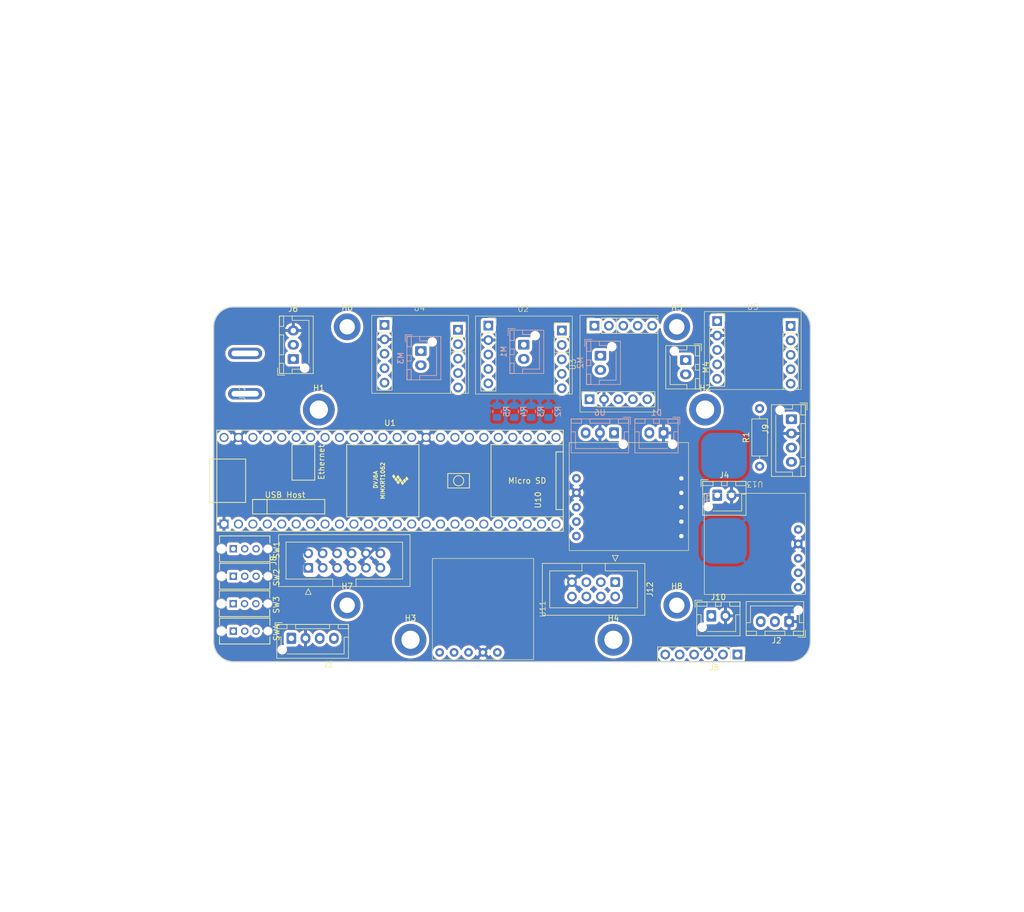
<source format=kicad_pcb>
(kicad_pcb (version 20240108) (generator "pcbnew") (generator_version "8.0")
  (layers (0 "F.Cu" signal) (1 "In1.Cu" signal) (2 "In2.Cu" signal) (31 "B.Cu" signal) (34 "B.Paste" user) (35 "F.Paste" user) (36 "B.SilkS" user "B.Silkscreen") (37 "F.SilkS" user "F.Silkscreen") (38 "B.Mask" user) (39 "F.Mask" user) (44 "Edge.Cuts" user))
  (net 0 "")
  (net 1 "GND")
  (net 2 "Net-(D1-A)")
  (net 3 "5V")
  (net 4 "RX2->TX")
  (net 5 "TX2->RX")
  (net 6 "3.3V")
  (net 7 "ESC")
  (net 8 "Net-(J3-Pin_2)")
  (net 9 "Kicker")
  (net 10 "TRIG1")
  (net 11 "TRIG2")
  (net 12 "TRIG3")
  (net 13 "TRIG4")
  (net 14 "CS3")
  (net 15 "CS2")
  (net 16 "MOSI")
  (net 17 "MISO")
  (net 18 "SCK1")
  (net 19 "CS1")
  (net 20 "CS4")
  (net 21 "CS5")
  (net 22 "CS6")
  (net 23 "RX4->TX")
  (net 24 "TX4->RX")
  (net 25 "12V")
  (net 26 "Net-(M1-+)")
  (net 27 "Net-(M1--)")
  (net 28 "Net-(M2-+)")
  (net 29 "Net-(M2--)")
  (net 30 "Net-(M3-+)")
  (net 31 "Net-(M3--)")
  (net 32 "Net-(M4-+)")
  (net 33 "Net-(M4--)")
  (net 34 "LightGate")
  (net 35 "LEDPulse")
  (net 36 "SLIDE1")
  (net 38 "SLIDE2")
  (net 40 "SLIDE3")
  (net 42 "SLIDE4")
  (net 44 "DIR1B")
  (net 45 "DIR1A")
  (net 46 "DIR2B")
  (net 47 "DIR2A")
  (net 48 "DIR3B")
  (net 49 "DIR3A")
  (net 50 "PWM1")
  (net 51 "PWM2")
  (net 52 "PWM3")
  (net 53 "PWM4")
  (net 54 "DIR4A")
  (net 55 "DIR4B")
  (net 56 "STATE")
  (net 57 "TX7 -> RX")
  (net 59 "SCL2")
  (net 60 "RX7 -> TX")
  (net 61 "SDA2")
  (net 64 "ECHO")
  (footprint "SlideSW:SPDT_OS102011_CNK" (layer "F.Cu") (at 91.2 110.626 90)
    (property "Reference" "SW2" (at -0.2081 7.602 90) (layer "F.SilkS"))
    (property "Value" "SW_SPDT")
    (fp_circle (center 0 -2.100001) (end 0.8493 -2.100001) (stroke (width 0.1)) (fill none) (layer "Edge.Cuts"))
    (fp_circle (center 0 6.1) (end 0.7493 6.1) (stroke (width 0.1)) (fill none) (layer "Edge.Cuts"))
    (pad "1" thru_hole rect (at 0 0 90) (size 1.2954 1.2954) (drill 0.7874) (layers "*.Cu" "*.Mask") (net 38 "SLIDE2"))
    (pad "2" thru_hole circle (at 0 2 90) (size 1.2954 1.2954) (drill 0.7874) (layers "*.Cu" "*.Mask") (net 6 "3.3V"))
    (pad "3" thru_hole circle (at 0 4.000001 90) (size 1.2954 1.2954) (drill 0.7874) (layers "*.Cu" "*.Mask"))
  )
  (footprint "Connector_IDC:IDC-Header_2x06_P2.54mm_Vertical" (layer "F.Cu") (at 104.38 109.14 90)
    (property "Reference" "J8" (at 1.27 -6.1 270) (layer "F.SilkS"))
    (property "Value" "Conn_01x12")
    (pad "1" thru_hole roundrect (at 0 0 90) (size 1.7 1.7) (drill 1) (layers "*.Cu" "*.Mask") (roundrect_rratio 0.147059) (net 14 "CS3"))
    (pad "2" thru_hole circle (at 2.54 0 90) (size 1.7 1.7) (drill 1) (layers "*.Cu" "*.Mask") (net 15 "CS2"))
    (pad "3" thru_hole circle (at 0 2.54 90) (size 1.7 1.7) (drill 1) (layers "*.Cu" "*.Mask") (net 16 "MOSI"))
    (pad "4" thru_hole circle (at 2.54 2.54 90) (size 1.7 1.7) (drill 1) (layers "*.Cu" "*.Mask") (net 17 "MISO"))
    (pad "5" thru_hole circle (at 0 5.08 90) (size 1.7 1.7) (drill 1) (layers "*.Cu" "*.Mask") (net 18 "SCK1"))
    (pad "6" thru_hole circle (at 2.54 5.08 90) (size 1.7 1.7) (drill 1) (layers "*.Cu" "*.Mask") (net 19 "CS1"))
    (pad "7" thru_hole circle (at 0 7.62 90) (size 1.7 1.7) (drill 1) (layers "*.Cu" "*.Mask") (net 20 "CS4"))
    (pad "8" thru_hole circle (at 2.54 7.62 90) (size 1.7 1.7) (drill 1) (layers "*.Cu" "*.Mask") (net 21 "CS5"))
    (pad "9" thru_hole circle (at 0 10.16 90) (size 1.7 1.7) (drill 1) (layers "*.Cu" "*.Mask") (net 3 "5V"))
    (pad "10" thru_hole circle (at 2.54 10.16 90) (size 1.7 1.7) (drill 1) (layers "*.Cu" "*.Mask") (net 1 "GND"))
    (pad "11" thru_hole circle (at 0 12.7 90) (size 1.7 1.7) (drill 1) (layers "*.Cu" "*.Mask") (net 22 "CS6"))
    (pad "12" thru_hole circle (at 2.54 12.7 90) (size 1.7 1.7) (drill 1) (layers "*.Cu" "*.Mask") (net 6 "3.3V"))
  )
  (footprint "teensy:Teensy41" (layer "F.Cu") (at 118.77 93.82)
    (property "Reference" "U1" (at 0 -10.16 0) (layer "F.SilkS"))
    (property "Value" "Teensy4.1")
    (fp_text user "Ethernet" (at -12.065 -3.2766 90) (layer "F.SilkS"))
    (fp_text user "DVJ6A" (at -2.54 -0.18 -90) (layer "F.SilkS") (effects (font (size 0.7 0.7))))
    (fp_text user "USB Host" (at -18.4658 2.4892 0) (layer "F.SilkS"))
    (fp_text user "Micro SD" (at 24.13 0 0) (layer "F.SilkS"))
    (fp_text user "MIMXRT1062" (at -1.27 0 -90) (layer "F.SilkS") (effects (font (size 0.7 0.7))))
    (pad "1" thru_hole rect (at -29.21 7.62) (size 1.6 1.6) (drill 1.1) (layers "*.Cu" "*.Mask") (net 1 "GND"))
    (pad "2" thru_hole circle (at -26.67 7.62) (size 1.6 1.6) (drill 1.1) (layers "*.Cu" "*.Mask") (net 19 "CS1"))
    (pad "3" thru_hole circle (at -24.13 7.62) (size 1.6 1.6) (drill 1.1) (layers "*.Cu" "*.Mask") (net 15 "CS2"))
    (pad "4" thru_hole circle (at -21.59 7.62) (size 1.6 1.6) (drill 1.1) (layers "*.Cu" "*.Mask") (net 50 "PWM1"))
    (pad "5" thru_hole circle (at -19.05 7.62) (size 1.6 1.6) (drill 1.1) (layers "*.Cu" "*.Mask") (net 51 "PWM2"))
    (pad "6" thru_hole circle (at -16.51 7.62) (size 1.6 1.6) (drill 1.1) (layers "*.Cu" "*.Mask") (net 52 "PWM3"))
    (pad "7" thru_hole circle (at -13.97 7.62) (size 1.6 1.6) (drill 1.1) (layers "*.Cu" "*.Mask") (net 53 "PWM4"))
    (pad "8" thru_hole circle (at -11.43 7.62) (size 1.6 1.6) (drill 1.1) (layers "*.Cu" "*.Mask") (net 7 "ESC"))
    (pad "9" thru_hole circle (at -8.89 7.62) (size 1.6 1.6) (drill 1.1) (layers "*.Cu" "*.Mask") (net 4 "RX2->TX"))
    (pad "10" thru_hole circle (at -6.35 7.62) (size 1.6 1.6) (drill 1.1) (layers "*.Cu" "*.Mask") (net 5 "TX2->RX"))
    (pad "11" thru_hole circle (at -3.81 7.62) (size 1.6 1.6) (drill 1.1) (layers "*.Cu" "*.Mask") (net 54 "DIR4A"))
    (pad "12" thru_hole circle (at -1.27 7.62) (size 1.6 1.6) (drill 1.1) (layers "*.Cu" "*.Mask") (net 55 "DIR4B"))
    (pad "13" thru_hole circle (at 1.27 7.62) (size 1.6 1.6) (drill 1.1) (layers "*.Cu" "*.Mask") (net 16 "MOSI"))
    (pad "14" thru_hole circle (at 3.81 7.62) (size 1.6 1.6) (drill 1.1) (layers "*.Cu" "*.Mask") (net 17 "MISO"))
    (pad "15" thru_hole circle (at 6.35 7.62) (size 1.6 1.6) (drill 1.1) (layers "*.Cu" "*.Mask"))
    (pad "16" thru_hole circle (at 8.89 7.62) (size 1.6 1.6) (drill 1.1) (layers "*.Cu" "*.Mask") (net 59 "SCL2"))
    (pad "17" thru_hole circle (at 11.43 7.62) (size 1.6 1.6) (drill 1.1) (layers "*.Cu" "*.Mask") (net 61 "SDA2"))
    (pad "18" thru_hole circle (at 13.97 7.62) (size 1.6 1.6) (drill 1.1) (layers "*.Cu" "*.Mask") (net 14 "CS3"))
    (pad "19" thru_hole circle (at 16.51 7.62) (size 1.6 1.6) (drill 1.1) (layers "*.Cu" "*.Mask") (net 20 "CS4"))
    (pad "20" thru_hole circle (at 19.05 7.62) (size 1.6 1.6) (drill 1.1) (layers "*.Cu" "*.Mask") (net 60 "RX7 -> TX"))
    (pad "21" thru_hole circle (at 21.59 7.62) (size 1.6 1.6) (drill 1.1) (layers "*.Cu" "*.Mask") (net 57 "TX7 -> RX"))
    (pad "22" thru_hole circle (at 24.13 7.62) (size 1.6 1.6) (drill 1.1) (layers "*.Cu" "*.Mask") (net 9 "Kicker"))
    (pad "23" thru_hole circle (at 26.67 7.62) (size 1.6 1.6) (drill 1.1) (layers "*.Cu" "*.Mask") (net 36 "SLIDE1"))
    (pad "24" thru_hole circle (at 29.21 7.62) (size 1.6 1.6) (drill 1.1) (layers "*.Cu" "*.Mask") (net 35 "LEDPulse"))
    (pad "25" thru_hole circle (at 29.21 -7.62) (size 1.6 1.6) (drill 1.1) (layers "*.Cu" "*.Mask") (net 10 "TRIG1"))
    (pad "26" thru_hole circle (at 26.67 -7.62) (size 1.6 1.6) (drill 1.1) (layers "*.Cu" "*.Mask") (net 64 "ECHO"))
    (pad "27" thru_hole circle (at 24.13 -7.62) (size 1.6 1.6) (drill 1.1) (layers "*.Cu" "*.Mask") (net 11 "TRIG2"))
    (pad "28" thru_hole circle (at 21.59 -7.62) (size 1.6 1.6) (drill 1.1) (layers "*.Cu" "*.Mask") (net 38 "SLIDE2"))
    (pad "29" thru_hole circle (at 19.05 -7.62) (size 1.6 1.6) (drill 1.1) (layers "*.Cu" "*.Mask") (net 12 "TRIG3"))
    (pad "30" thru_hole circle (at 16.51 -7.62) (size 1.6 1.6) (drill 1.1) (layers "*.Cu" "*.Mask") (net 40 "SLIDE3"))
    (pad "31" thru_hole circle (at 13.97 -7.62) (size 1.6 1.6) (drill 1.1) (layers "*.Cu" "*.Mask") (net 13 "TRIG4"))
    (pad "32" thru_hole circle (at 11.43 -7.62) (size 1.6 1.6) (drill 1.1) (layers "*.Cu" "*.Mask") (net 42 "SLIDE4"))
    (pad "33" thru_hole circle (at 8.89 -7.62) (size 1.6 1.6) (drill 1.1) (layers "*.Cu" "*.Mask") (net 34 "LightGate"))
    (pad "34" thru_hole circle (at 6.35 -7.62) (size 1.6 1.6) (drill 1.1) (layers "*.Cu" "*.Mask") (net 1 "GND"))
    (pad "35" thru_hole circle (at 3.81 -7.62) (size 1.6 1.6) (drill 1.1) (layers "*.Cu" "*.Mask") (net 18 "SCK1"))
    (pad "36" thru_hole circle (at 1.27 -7.62) (size 1.6 1.6) (drill 1.1) (layers "*.Cu" "*.Mask") (net 21 "CS5"))
    (pad "37" thru_hole circle (at -1.27 -7.62) (size 1.6 1.6) (drill 1.1) (layers "*.Cu" "*.Mask") (net 22 "CS6"))
    (pad "38" thru_hole circle (at -3.81 -7.62) (size 1.6 1.6) (drill 1.1) (layers "*.Cu" "*.Mask") (net 23 "RX4->TX"))
    (pad "39" thru_hole circle (at -6.35 -7.62) (size 1.6 1.6) (drill 1.1) (layers "*.Cu" "*.Mask") (net 24 "TX4->RX"))
    (pad "40" thru_hole circle (at -8.89 -7.62) (size 1.6 1.6) (drill 1.1) (layers "*.Cu" "*.Mask") (net 49 "DIR3A"))
    (pad "41" thru_hole circle (at -11.43 -7.62) (size 1.6 1.6) (drill 1.1) (layers "*.Cu" "*.Mask") (net 48 "DIR3B"))
    (pad "42" thru_hole circle (at -13.97 -7.62) (size 1.6 1.6) (drill 1.1) (layers "*.Cu" "*.Mask") (net 47 "DIR2A"))
    (pad "43" thru_hole circle (at -16.51 -7.62) (size 1.6 1.6) (drill 1.1) (layers "*.Cu" "*.Mask") (net 46 "DIR2B"))
    (pad "44" thru_hole circle (at -19.05 -7.62) (size 1.6 1.6) (drill 1.1) (layers "*.Cu" "*.Mask") (net 45 "DIR1A"))
    (pad "45" thru_hole circle (at -21.59 -7.62) (size 1.6 1.6) (drill 1.1) (layers "*.Cu" "*.Mask") (net 44 "DIR1B"))
    (pad "46" thru_hole circle (at -24.13 -7.62) (size 1.6 1.6) (drill 1.1) (layers "*.Cu" "*.Mask"))
    (pad "47" thru_hole circle (at -26.67 -7.62) (size 1.6 1.6) (drill 1.1) (layers "*.Cu" "*.Mask") (net 1 "GND"))
    (pad "48" thru_hole circle (at -29.21 -7.62) (size 1.6 1.6) (drill 1.1) (layers "*.Cu" "*.Mask") (net 3 "5V"))
  )
  (footprint "MotorDriver:VNHDriver" (layer "F.Cu") (at 182.473 70.4)
    (property "Reference" "U5" (at 0.127 -7.1579 0) (layer "F.SilkS") (effects (font (thickness 0.1))))
    (property "Value" "VNH Driver")
    (pad "1" thru_hole rect (at -6.1355 -4.669 180) (size 1.7 1.7) (drill 1) (layers "*.Cu" "*.Mask") (net 25 "12V"))
    (pad "2" thru_hole oval (at -6.1355 -2.129 180) (size 1.7 1.7) (drill 1) (layers "*.Cu" "*.Mask") (net 1 "GND"))
    (pad "3" thru_hole oval (at -6.1355 0.411 180) (size 1.7 1.7) (drill 1) (layers "*.Cu" "*.Mask") (net 54 "DIR4A"))
    (pad "4" thru_hole oval (at -6.1355 2.951 180) (size 1.7 1.7) (drill 1) (layers "*.Cu" "*.Mask") (net 55 "DIR4B"))
    (pad "5" thru_hole oval (at -6.1355 5.491 180) (size 1.7 1.7) (drill 1) (layers "*.Cu" "*.Mask") (net 53 "PWM4"))
    (pad "6" thru_hole rect (at 6.798 -3.815) (size 1.7 1.7) (drill 1) (layers "*.Cu" "*.Mask") (net 32 "Net-(M4-+)"))
    (pad "7" thru_hole oval (at 6.798 -1.275) (size 1.7 1.7) (drill 1) (layers "*.Cu" "*.Mask") (net 33 "Net-(M4--)"))
    (pad "8" thru_hole oval (at 6.798 1.265) (size 1.7 1.7) (drill 1) (layers "*.Cu" "*.Mask"))
    (pad "9" thru_hole oval (at 6.798 3.805) (size 1.7 1.7) (drill 1) (layers "*.Cu" "*.Mask"))
    (pad "10" thru_hole oval (at 6.798 6.345) (size 1.7 1.7) (drill 1) (layers "*.Cu" "*.Mask"))
  )
  (footprint "Connector_JST:JST_XH_B2B-XH-AM_1x02_P2.50mm_Vertical" (layer "F.Cu") (at 176.35 96.383)
    (property "Reference" "J4" (at 1.25 -3.55 0) (layer "F.SilkS"))
    (property "Value" "Conn_01x02")
    (pad "" np_thru_hole circle (at -1.6 2) (size 1.2 1.2) (drill 1.2) (layers "*.Cu" "*.Mask"))
    (pad "1" thru_hole roundrect (at 0 0) (size 1.7 2) (drill 1) (layers "*.Cu" "*.Mask") (roundrect_rratio 0.147059) (net 8 "Net-(J3-Pin_2)"))
    (pad "2" thru_hole oval (at 2.5 0) (size 1.7 2) (drill 1) (layers "*.Cu" "*.Mask") (net 1 "GND"))
  )
  (footprint "MountingHole:MountingHole_3.2mm_M3_DIN965_Pad" (layer "F.Cu") (at 106.2435 81.3029)
    (property "Reference" "H1" (at 0 -3.8 0) (layer "F.SilkS"))
    (property "Value" "MountingHole")
    (pad "1" thru_hole circle (at 0 0) (size 5.6 5.6) (drill 3.2) (layers "*.Cu" "*.Mask"))
  )
  (footprint "Connector_IDC:IDC-Header_2x04_P2.54mm_Vertical" (layer "F.Cu") (at 158.4 111.66 -90)
    (property "Reference" "J12" (at 1.27 -6.1 90) (layer "F.SilkS"))
    (property "Value" "Conn_01x07")
    (pad "1" thru_hole roundrect (at 0 0 270) (size 1.7 1.7) (drill 1) (layers "*.Cu" "*.Mask") (roundrect_rratio 0.147059) (net 3 "5V"))
    (pad "2" thru_hole circle (at 2.54 0 270) (size 1.7 1.7) (drill 1) (layers "*.Cu" "*.Mask") (net 10 "TRIG1"))
    (pad "3" thru_hole circle (at 0 2.54 270) (size 1.7 1.7) (drill 1) (layers "*.Cu" "*.Mask") (net 11 "TRIG2"))
    (pad "4" thru_hole circle (at 2.54 2.54 270) (size 1.7 1.7) (drill 1) (layers "*.Cu" "*.Mask") (net 12 "TRIG3"))
    (pad "5" thru_hole circle (at 0 5.08 270) (size 1.7 1.7) (drill 1) (layers "*.Cu" "*.Mask") (net 13 "TRIG4"))
    (pad "6" thru_hole circle (at 2.54 5.08 270) (size 1.7 1.7) (drill 1) (layers "*.Cu" "*.Mask") (net 64 "ECHO"))
    (pad "7" thru_hole circle (at 0 7.62 270) (size 1.7 1.7) (drill 1) (layers "*.Cu" "*.Mask") (net 1 "GND"))
    (pad "8" thru_hole circle (at 2.54 7.62 270) (size 1.7 1.7) (drill 1) (layers "*.Cu" "*.Mask"))
  )
  (footprint "MountingHole:MountingHole_2.7mm_M2.5_DIN965_Pad" (layer "F.Cu") (at 169.23 115.7319)
    (property "Reference" "H8" (at 0 -3.35 0) (layer "F.SilkS"))
    (property "Value" "MountingHole")
    (pad "1" thru_hole circle (at 0 0) (size 4.7 4.7) (drill 2.7) (layers "*.Cu" "*.Mask"))
  )
  (footprint "MountingHole:MountingHole_2.7mm_M2.5_DIN965_Pad" (layer "F.Cu") (at 169.23 66.7319)
    (property "Reference" "H5" (at 0 -3.35 0) (layer "F.SilkS"))
    (property "Value" "MountingHole")
    (pad "1" thru_hole circle (at 0 0) (size 4.7 4.7) (drill 2.7) (layers "*.Cu" "*.Mask"))
  )
  (footprint "MotorDriver:VNHDriver" (layer "F.Cu") (at 142.2 71.2)
    (property "Reference" "U2" (at 0 -7.62 0) (layer "F.SilkS") (effects (font (thickness 0.1))))
    (property "Value" "VNH Driver")
    (pad "1" thru_hole rect (at -6.1355 -4.669 180) (size 1.7 1.7) (drill 1) (layers "*.Cu" "*.Mask") (net 25 "12V"))
    (pad "2" thru_hole oval (at -6.1355 -2.129 180) (size 1.7 1.7) (drill 1) (layers "*.Cu" "*.Mask") (net 1 "GND"))
    (pad "3" thru_hole oval (at -6.1355 0.411 180) (size 1.7 1.7) (drill 1) (layers "*.Cu" "*.Mask") (net 45 "DIR1A"))
    (pad "4" thru_hole oval (at -6.1355 2.951 180) (size 1.7 1.7) (drill 1) (layers "*.Cu" "*.Mask") (net 44 "DIR1B"))
    (pad "5" thru_hole oval (at -6.1355 5.491 180) (size 1.7 1.7) (drill 1) (layers "*.Cu" "*.Mask") (net 50 "PWM1"))
    (pad "6" thru_hole rect (at 6.798 -3.815) (size 1.7 1.7) (drill 1) (layers "*.Cu" "*.Mask") (net 26 "Net-(M1-+)"))
    (pad "7" thru_hole oval (at 6.798 -1.275) (size 1.7 1.7) (drill 1) (layers "*.Cu" "*.Mask") (net 27 "Net-(M1--)"))
    (pad "8" thru_hole oval (at 6.798 1.265) (size 1.7 1.7) (drill 1) (layers "*.Cu" "*.Mask"))
    (pad "9" thru_hole oval (at 6.798 3.805) (size 1.7 1.7) (drill 1) (layers "*.Cu" "*.Mask"))
    (pad "10" thru_hole oval (at 6.798 6.345) (size 1.7 1.7) (drill 1) (layers "*.Cu" "*.Mask"))
  )
  (footprint "MountingHole:MountingHole_3.2mm_M3_DIN965_Pad" (layer "F.Cu") (at 158.0862 121.8068)
    (property "Reference" "H4" (at 0 -3.8 0) (layer "F.SilkS"))
    (property "Value" "MountingHole")
    (pad "1" thru_hole circle (at 0 0) (size 5.6 5.6) (drill 3.2) (layers "*.Cu" "*.Mask"))
  )
  (footprint "Connector_JST:JST_XH_B2B-XH-AM_1x02_P2.50mm_Vertical" (layer "F.Cu") (at 175.3 117.6)
    (property "Reference" "J10" (at 1.25 -3.302 360) (layer "F.SilkS"))
    (property "Value" "Conn_01x02")
    (pad "" np_thru_hole circle (at -1.6 2) (size 1.2 1.2) (drill 1.2) (layers "*.Cu" "*.Mask"))
    (pad "1" thru_hole roundrect (at 0 0) (size 1.7 2) (drill 1) (layers "*.Cu" "*.Mask") (roundrect_rratio 0.147059) (net 25 "12V"))
    (pad "2" thru_hole oval (at 2.5 0) (size 1.7 2) (drill 1) (layers "*.Cu" "*.Mask") (net 1 "GND"))
  )
  (footprint "Custom:Pololu Regulator" (layer "F.Cu") (at 182.97 104.93 180)
    (property "Reference" "U13" (at 0 10.5 180) (layer "F.SilkS") (effects (font (thickness 0.1))))
    (property "Value" "V_Regulator3.3v")
    (pad "1" thru_hole circle (at -7.63 -7.63 180) (size 1.524 1.524) (drill 0.762) (layers "*.Cu" "*.Mask"))
    (pad "2" thru_hole circle (at -7.63 -5.09 180) (size 1.524 1.524) (drill 0.762) (layers "*.Cu" "*.Mask"))
    (pad "3" thru_hole circle (at -7.63 -2.55 180) (size 1.524 1.524) (drill 0.762) (layers "*.Cu" "*.Mask") (net 25 "12V"))
    (pad "4" thru_hole circle (at -7.63 -0.01 180) (size 1.524 1.524) (drill 0.762) (layers "*.Cu" "*.Mask") (net 1 "GND"))
    (pad "5" thru_hole circle (at -7.63 2.53 180) (size 1.524 1.524) (drill 0.762) (layers "*.Cu" "*.Mask") (net 6 "3.3V"))
  )
  (footprint "SlideSW:SPDT_OS102011_CNK" (layer "F.Cu") (at 91.168 115.452 90)
    (property "Reference" "SW3" (at -0.2081 7.602 90) (layer "F.SilkS"))
    (property "Value" "SW_SPDT")
    (fp_circle (center 0 -2.100001) (end 0.8493 -2.100001) (stroke (width 0.1)) (fill none) (layer "Edge.Cuts"))
    (fp_circle (center 0 6.1) (end 0.7493 6.1) (stroke (width 0.1)) (fill none) (layer "Edge.Cuts"))
    (pad "1" thru_hole rect (at 0 0 90) (size 1.2954 1.2954) (drill 0.7874) (layers "*.Cu" "*.Mask") (net 40 "SLIDE3"))
    (pad "2" thru_hole circle (at 0 2 90) (size 1.2954 1.2954) (drill 0.7874) (layers "*.Cu" "*.Mask") (net 6 "3.3V"))
    (pad "3" thru_hole circle (at 0 4.000001 90) (size 1.2954 1.2954) (drill 0.7874) (layers "*.Cu" "*.Mask"))
  )
  (footprint "Connector_JST:JST_XH_B4B-XH-AM_1x04_P2.50mm_Vertical" (layer "F.Cu") (at 101.4 121.55)
    (property "Reference" "J1" (at 6.544 4.572 360) (layer "F.SilkS"))
    (property "Value" "RaspberryPi")
    (pad "" np_thru_hole circle (at -1.6 2) (size 1.2 1.2) (drill 1.2) (layers "*.Cu" "*.Mask"))
    (pad "1" thru_hole roundrect (at 0 0) (size 1.7 1.95) (drill 0.95) (layers "*.Cu" "*.Mask") (roundrect_rratio 0.147059) (net 3 "5V"))
    (pad "2" thru_hole oval (at 2.5 0) (size 1.7 1.95) (drill 0.95) (layers "*.Cu" "*.Mask") (net 1 "GND"))
    (pad "3" thru_hole oval (at 5 0) (size 1.7 1.95) (drill 0.95) (layers "*.Cu" "*.Mask") (net 4 "RX2->TX"))
    (pad "4" thru_hole oval (at 7.5 0) (size 1.7 1.95) (drill 0.95) (layers "*.Cu" "*.Mask") (net 5 "TX2->RX"))
  )
  (footprint "Connector_JST:JST_XH_B3B-XH-AM_1x03_P2.50mm_Vertical" (layer "F.Cu") (at 189 118.6 180)
    (property "Reference" "J2" (at 2.21 -3.334 180) (layer "F.SilkS"))
    (property "Value" "Conn_01x03")
    (pad "" np_thru_hole circle (at -1.6 2 180) (size 1.2 1.2) (drill 1.2) (layers "*.Cu" "*.Mask"))
    (pad "1" thru_hole roundrect (at 0 0 180) (size 1.7 1.95) (drill 0.95) (layers "*.Cu" "*.Mask") (roundrect_rratio 0.147059) (net 1 "GND"))
    (pad "2" thru_hole oval (at 2.5 0 180) (size 1.7 1.95) (drill 0.95) (layers "*.Cu" "*.Mask") (net 6 "3.3V"))
    (pad "3" thru_hole oval (at 5 0 180) (size 1.7 1.95) (drill 0.95) (layers "*.Cu" "*.Mask") (net 7 "ESC"))
  )
  (footprint "SlideSW:SPDT_OS102011_CNK" (layer "F.Cu") (at 91.2 120.278 90)
    (property "Reference" "SW4" (at -0.2081 7.602 90) (layer "F.SilkS"))
    (property "Value" "SW_SPDT")
    (fp_circle (center 0 -2.100001) (end 0.8493 -2.100001) (stroke (width 0.1)) (fill none) (layer "Edge.Cuts"))
    (fp_circle (center 0 6.1) (end 0.7493 6.1) (stroke (width 0.1)) (fill none) (layer "Edge.Cuts"))
    (pad "1" thru_hole rect (at 0 0 90) (size 1.2954 1.2954) (drill 0.7874) (layers "*.Cu" "*.Mask") (net 42 "SLIDE4"))
    (pad "2" thru_hole circle (at 0 2 90) (size 1.2954 1.2954) (drill 0.7874) (layers "*.Cu" "*.Mask") (net 6 "3.3V"))
    (pad "3" thru_hole circle (at 0 4.000001 90) (size 1.2954 1.2954) (drill 0.7874) (layers "*.Cu" "*.Mask"))
  )
  (footprint "Connector_PinHeader_2.54mm:PinHeader_1x06_P2.54mm_Vertical" (layer "F.Cu") (at 179.9 124.4 -90)
    (property "Reference" "J5" (at 2.286 4.064 180) (layer "F.SilkS"))
    (property "Value" "Conn_01x06")
    (pad "1" thru_hole rect (at 0 0 270) (size 1.7 1.7) (drill 1) (layers "*.Cu" "*.Mask"))
    (pad "2" thru_hole oval (at 0 2.54 270) (size 1.7 1.7) (drill 1) (layers "*.Cu" "*.Mask") (net 6 "3.3V"))
    (pad "3" thru_hole oval (at 0 5.08 270) (size 1.7 1.7) (drill 1) (layers "*.Cu" "*.Mask") (net 1 "GND"))
    (pad "4" thru_hole oval (at 0 7.62 270) (size 1.7 1.7) (drill 1) (layers "*.Cu" "*.Mask") (net 60 "RX7 -> TX"))
    (pad "5" thru_hole oval (at 0 10.16 270) (size 1.7 1.7) (drill 1) (layers "*.Cu" "*.Mask") (net 57 "TX7 -> RX"))
    (pad "6" thru_hole oval (at 0 12.7 270) (size 1.7 1.7) (drill 1) (layers "*.Cu" "*.Mask") (net 56 "STATE"))
  )
  (footprint "Connector_JST:JST_XH_B3B-XH-AM_1x03_P2.50mm_Vertical" (layer "F.Cu") (at 101.75 72.4 90)
    (property "Reference" "J6" (at 8.814 -0.032 360) (layer "F.SilkS"))
    (property "Value" "Conn_01x03_Pin")
    (pad "" np_thru_hole circle (at -1.6 2 90) (size 1.2 1.2) (drill 1.2) (layers "*.Cu" "*.Mask"))
    (pad "1" thru_hole roundrect (at 0 0 90) (size 1.7 1.95) (drill 0.95) (layers "*.Cu" "*.Mask") (roundrect_rratio 0.147059) (net 9 "Kicker"))
    (pad "2" thru_hole oval (at 2.5 0 90) (size 1.7 1.95) (drill 0.95) (layers "*.Cu" "*.Mask") (net 25 "12V"))
    (pad "3" thru_hole oval (at 5 0 90) (size 1.7 1.95) (drill 0.95) (layers "*.Cu" "*.Mask") (net 1 "GND"))
  )
  (footprint "SlideSW:SPDT_OS102011_CNK" (layer "F.Cu") (at 91.2 105.8 90)
    (property "Reference" "SW1" (at -0.2081 7.602 90) (layer "F.SilkS"))
    (property "Value" "SW_SPDT")
    (fp_circle (center 0 -2.100001) (end 0.8493 -2.100001) (stroke (width 0.1)) (fill none) (layer "Edge.Cuts"))
    (fp_circle (center 0 6.1) (end 0.7493 6.1) (stroke (width 0.1)) (fill none) (layer "Edge.Cuts"))
    (pad "1" thru_hole rect (at 0 0 90) (size 1.2954 1.2954) (drill 0.7874) (layers "*.Cu" "*.Mask") (net 36 "SLIDE1"))
    (pad "2" thru_hole circle (at 0 2 90) (size 1.2954 1.2954) (drill 0.7874) (layers "*.Cu" "*.Mask") (net 6 "3.3V"))
    (pad "3" thru_hole circle (at 0 4.000001 90) (size 1.2954 1.2954) (drill 0.7874) (layers "*.Cu" "*.Mask"))
  )
  (footprint "MountingHole:MountingHole_3.2mm_M3_DIN965_Pad" (layer "F.Cu") (at 174.2165 81.3029)
    (property "Reference" "H2" (at 0 -3.8 0) (layer "F.SilkS"))
    (property "Value" "MountingHole")
    (pad "1" thru_hole circle (at 0 0) (size 5.6 5.6) (drill 3.2) (layers "*.Cu" "*.Mask"))
  )
  (footprint "MountingHole:MountingHole_3.2mm_M3_DIN965_Pad" (layer "F.Cu") (at 122.3739 121.8068)
    (property "Reference" "H3" (at 0 -3.8 0) (layer "F.SilkS"))
    (property "Value" "MountingHole")
    (pad "1" thru_hole circle (at 0 0) (size 5.6 5.6) (drill 3.2) (layers "*.Cu" "*.Mask"))
  )
  (footprint "MountingHole:MountingHole_2.7mm_M2.5_DIN965_Pad" (layer "F.Cu") (at 111.23 66.7319)
    (property "Reference" "H6" (at 0 -3.35 0) (layer "F.SilkS"))
    (property "Value" "MountingHole")
    (pad "1" thru_hole circle (at 0 0) (size 4.7 4.7) (drill 2.7) (layers "*.Cu" "*.Mask"))
  )
  (footprint "MotorDriver:VNHDriver" (layer "F.Cu") (at 123.9355 71.069)
    (property "Reference" "U4" (at 0 -7.62 0) (layer "F.SilkS") (effects (font (thickness 0.1))))
    (property "Value" "VNH Driver")
    (pad "1" thru_hole rect (at -6.1355 -4.669 180) (size 1.7 1.7) (drill 1) (layers "*.Cu" "*.Mask") (net 25 "12V"))
    (pad "2" thru_hole oval (at -6.1355 -2.129 180) (size 1.7 1.7) (drill 1) (layers "*.Cu" "*.Mask") (net 1 "GND"))
    (pad "3" thru_hole oval (at -6.1355 0.411 180) (size 1.7 1.7) (drill 1) (layers "*.Cu" "*.Mask") (net 49 "DIR3A"))
    (pad "4" thru_hole oval (at -6.1355 2.951 180) (size 1.7 1.7) (drill 1) (layers "*.Cu" "*.Mask") (net 48 "DIR3B"))
    (pad "5" thru_hole oval (at -6.1355 5.491 180) (size 1.7 1.7) (drill 1) (layers "*.Cu" "*.Mask") (net 52 "PWM3"))
    (pad "6" thru_hole rect (at 6.798 -3.815) (size 1.7 1.7) (drill 1) (layers "*.Cu" "*.Mask") (net 30 "Net-(M3-+)"))
    (pad "7" thru_hole oval (at 6.798 -1.275) (size 1.7 1.7) (drill 1) (layers "*.Cu" "*.Mask") (net 31 "Net-(M3--)"))
    (pad "8" thru_hole oval (at 6.798 1.265) (size 1.7 1.7) (drill 1) (layers "*.Cu" "*.Mask"))
    (pad "9" thru_hole oval (at 6.798 3.805) (size 1.7 1.7) (drill 1) (layers "*.Cu" "*.Mask"))
    (pad "10" thru_hole oval (at 6.798 6.345) (size 1.7 1.7) (drill 1) (layers "*.Cu" "*.Mask"))
  )
  (footprint "Connector_JST:JST_XH_B4B-XH-AM_1x04_P2.50mm_Vertical" (layer "F.Cu") (at 189.4 83 -90)
    (property "Reference" "J9" (at 1.698 4.572 90) (layer "F.SilkS"))
    (property "Value" "Conn_01x04")
    (pad "" np_thru_hole circle (at -1.6 2 270) (size 1.2 1.2) (drill 1.2) (layers "*.Cu" "*.Mask"))
    (pad "1" thru_hole roundrect (at 0 0 270) (size 1.7 1.95) (drill 0.95) (layers "*.Cu" "*.Mask") (roundrect_rratio 0.147059) (net 3 "5V"))
    (pad "2" thru_hole oval (at 2.5 0 270) (size 1.7 1.95) (drill 0.95) (layers "*.Cu" "*.Mask") (net 1 "GND"))
    (pad "3" thru_hole oval (at 5 0 270) (size 1.7 1.95) (drill 0.95) (layers "*.Cu" "*.Mask") (net 23 "RX4->TX"))
    (pad "4" thru_hole oval (at 7.5 0 270) (size 1.7 1.95) (drill 0.95) (layers "*.Cu" "*.Mask") (net 24 "TX4->RX"))
  )
  (footprint "MountingHole:MountingHole_2.7mm_M2.5_DIN965_Pad" (layer "F.Cu") (at 111.23 115.7319)
    (property "Reference" "H7" (at 0 -3.35 0) (layer "F.SilkS"))
    (property "Value" "MountingHole")
    (pad "1" thru_hole circle (at 0 0) (size 4.7 4.7) (drill 2.7) (layers "*.Cu" "*.Mask"))
  )
  (footprint "RockerSwitch:RF1-1A-DC-2-B-2" (layer "F.Cu") (at 93.273 78.515 90)
    (property "Reference" "U12" (at 0 -0.5 90) (layer "F.SilkS") (effects (font (thickness 0.1))))
    (property "Value" "RockerSwitch")
    (pad "1" thru_hole oval (at 0 0 180) (size 6 2) (drill oval 4.8 1) (layers "*.Cu" "*.Mask") (net 8 "Net-(J3-Pin_2)"))
    (pad "2" thru_hole oval (at 7.1 0 180) (size 6 2) (drill oval 4.8 1) (layers "*.Cu" "*.Mask") (net 25 "12V"))
  )
  (footprint "Custom:Compass Sensor DFRobot" (layer "F.Cu") (at 160.8 96.6)
    (property "Reference" "U10" (at -15.986 0.602 90) (layer "F.SilkS"))
    (property "Value" "Compass")
    (pad "1" thru_hole circle (at -9.23 -3.2) (size 1.524 1.524) (drill 0.762) (layers "*.Cu" "*.Mask") (net 6 "3.3V"))
    (pad "2" thru_hole circle (at -9.23 -0.66) (size 1.524 1.524) (drill 0.762) (layers "*.Cu" "*.Mask") (net 1 "GND"))
    (pad "3" thru_hole circle (at -9.23 1.88) (size 1.524 1.524) (drill 0.762) (layers "*.Cu" "*.Mask") (net 59 "SCL2"))
    (pad "4" thru_hole circle (at -9.23 4.42) (size 1.524 1.524) (drill 0.762) (layers "*.Cu" "*.Mask") (net 61 "SDA2"))
    (pad "5" thru_hole circle (at -9.23 6.96) (size 1.524 1.524) (drill 0.762) (layers "*.Cu" "*.Mask"))
    (pad "6" thru_hole circle (at 9.23 -3.2) (size 1.524 1.524) (drill 0.762) (layers "*.Cu" "*.Mask"))
    (pad "7" thru_hole circle (at 9.23 1.88) (size 1.524 1.524) (drill 0.762) (layers "*.Cu" "*.Mask"))
    (pad "8" thru_hole circle (at 9.23 6.96) (size 1.524 1.524) (drill 0.762) (layers "*.Cu" "*.Mask"))
    (pad "9" thru_hole circle (at 9.23 -0.66) (size 1.524 1.524) (drill 0.762) (layers "*.Cu" "*.Mask"))
    (pad "10" thru_hole circle (at 9.23 4.42) (size 1.524 1.524) (drill 0.762) (layers "*.Cu" "*.Mask"))
  )
  (footprint "Connector_JST:JST_XH_B2B-XH-AM_1x02_P2.50mm_Vertical" (layer "F.Cu") (at 170.8 72.6 -90)
    (property "Reference" "M4" (at 1.25 -3.55 90) (layer "F.SilkS"))
    (property "Value" "Motor_DC")
    (pad "" np_thru_hole circle (at -1.6 2 270) (size 1.2 1.2) (drill 1.2) (layers "*.Cu" "*.Mask"))
    (pad "1" thru_hole roundrect (at 0 0 270) (size 1.7 2) (drill 1) (layers "*.Cu" "*.Mask") (roundrect_rratio 0.147059) (net 32 "Net-(M4-+)"))
    (pad "2" thru_hole oval (at 2.5 0 270) (size 1.7 2) (drill 1) (layers "*.Cu" "*.Mask") (net 33 "Net-(M4--)"))
  )
  (footprint "Custom:Pololu Regulator" (layer "F.Cu") (at 135.13 116.4 90)
    (property "Reference" "U11" (at 0 10.5 90) (layer "F.SilkS") (effects (font (thickness 0.1))))
    (property "Value" "V_Regulator5v")
    (pad "1" thru_hole circle (at -7.63 -7.63 90) (size 1.524 1.524) (drill 0.762) (layers "*.Cu" "*.Mask"))
    (pad "2" thru_hole circle (at -7.63 -5.09 90) (size 1.524 1.524) (drill 0.762) (layers "*.Cu" "*.Mask"))
    (pad "3" thru_hole circle (at -7.63 -2.55 90) (size 1.524 1.524) (drill 0.762) (layers "*.Cu" "*.Mask") (net 25 "12V"))
    (pad "4" thru_hole circle (at -7.63 -0.01 90) (size 1.524 1.524) (drill 0.762) (layers "*.Cu" "*.Mask") (net 1 "GND"))
    (pad "5" thru_hole circle (at -7.63 2.53 90) (size 1.524 1.524) (drill 0.762) (layers "*.Cu" "*.Mask") (net 3 "5V"))
  )
  (footprint "Resistor_THT:R_Axial_DIN0207_L6.3mm_D2.5mm_P10.16mm_Horizontal" (layer "F.Cu") (at 183.8 91.28 90)
    (property "Reference" "R1" (at 5.08 -2.37 270) (layer "F.SilkS"))
    (property "Value" "330")
    (pad "1" thru_hole circle (at 0 0 90) (size 1.6 1.6) (drill 0.8) (layers "*.Cu" "*.Mask") (net 35 "LEDPulse"))
    (pad "2" thru_hole oval (at 10.16 0 90) (size 1.6 1.6) (drill 0.8) (layers "*.Cu" "*.Mask") (net 2 "Net-(D1-A)"))
  )
  (footprint "MotorDriver:VNHDriver" (layer "F.Cu") (at 158.5545 73.344 90)
    (property "Reference" "U3" (at 0 -7.62 90) (layer "F.SilkS") (effects (font (thickness 0.1))))
    (property "Value" "VNH Driver")
    (pad "1" thru_hole rect (at -6.1355 -4.669 270) (size 1.7 1.7) (drill 1) (layers "*.Cu" "*.Mask") (net 25 "12V"))
    (pad "2" thru_hole oval (at -6.1355 -2.129 270) (size 1.7 1.7) (drill 1) (layers "*.Cu" "*.Mask") (net 1 "GND"))
    (pad "3" thru_hole oval (at -6.1355 0.411 270) (size 1.7 1.7) (drill 1) (layers "*.Cu" "*.Mask") (net 47 "DIR2A"))
    (pad "4" thru_hole oval (at -6.1355 2.951 270) (size 1.7 1.7) (drill 1) (layers "*.Cu" "*.Mask") (net 46 "DIR2B"))
    (pad "5" thru_hole oval (at -6.1355 5.491 270) (size 1.7 1.7) (drill 1) (layers "*.Cu" "*.Mask") (net 51 "PWM2"))
    (pad "6" thru_hole rect (at 6.798 -3.815 90) (size 1.7 1.7) (drill 1) (layers "*.Cu" "*.Mask") (net 28 "Net-(M2-+)"))
    (pad "7" thru_hole oval (at 6.798 -1.275 90) (size 1.7 1.7) (drill 1) (layers "*.Cu" "*.Mask") (net 29 "Net-(M2--)"))
    (pad "8" thru_hole oval (at 6.798 1.265 90) (size 1.7 1.7) (drill 1) (layers "*.Cu" "*.Mask"))
    (pad "9" thru_hole oval (at 6.798 3.805 90) (size 1.7 1.7) (drill 1) (layers "*.Cu" "*.Mask"))
    (pad "10" thru_hole oval (at 6.798 6.345 90) (size 1.7 1.7) (drill 1) (layers "*.Cu" "*.Mask"))
  )
  (footprint "Connector_JST:JST_XH_B3B-XH-AM_1x03_P2.50mm_Vertical" (layer "B.Cu") (at 158.2 85.4 180)
    (property "Reference" "U6" (at 2.5 3.55 0) (layer "B.SilkS") (effects (justify mirror)))
    (property "Value" "TSOP25xx")
    (pad "" np_thru_hole circle (at -1.6 -2 180) (size 1.2 1.2) (drill 1.2) (layers "*.Cu" "*.Mask"))
    (pad "1" thru_hole roundrect (at 0 0 180) (size 1.7 1.95) (drill 0.95) (layers "*.Cu" "*.Mask") (roundrect_rratio 0.147059) (net 34 "LightGate"))
    (pad "2" thru_hole oval (at 2.5 0 180) (size 1.7 1.95) (drill 0.95) (layers "*.Cu" "*.Mask") (net 1 "GND"))
    (pad "3" thru_hole oval (at 5 0 180) (size 1.7 1.95) (drill 0.95) (layers "*.Cu" "*.Mask") (net 6 "3.3V"))
  )
  (footprint "Capacitor_SMD:C_0805_2012Metric_Pad1.18x1.45mm_HandSolder" (layer "B.Cu") (at 146.63 81.6375 90)
    (property "Reference" "R2" (at 0 1.68 -90) (layer "B.SilkS") (effects (justify mirror)))
    (property "Value" "10k")
    (pad "1" smd roundrect (at -1.0375 0 90) (size 1.175 1.45) (layers "B.Cu" "B.Paste" "B.Mask") (roundrect_rratio 0.212766) (net 36 "SLIDE1"))
    (pad "2" smd roundrect (at 1.0375 0 90) (size 1.175 1.45) (layers "B.Cu" "B.Paste" "B.Mask") (roundrect_rratio 0.212766) (net 1 "GND"))
  )
  (footprint "Capacitor_SMD:C_0805_2012Metric_Pad1.18x1.45mm_HandSolder" (layer "B.Cu") (at 143.62 81.6375 90)
    (property "Reference" "R3" (at 0 1.68 -90) (layer "B.SilkS") (effects (justify mirror)))
    (property "Value" "10k")
    (pad "1" smd roundrect (at -1.0375 0 90) (size 1.175 1.45) (layers "B.Cu" "B.Paste" "B.Mask") (roundrect_rratio 0.212766) (net 38 "SLIDE2"))
    (pad "2" smd roundrect (at 1.0375 0 90) (size 1.175 1.45) (layers "B.Cu" "B.Paste" "B.Mask") (roundrect_rratio 0.212766) (net 1 "GND"))
  )
  (footprint "Capacitor_SMD:C_0805_2012Metric_Pad1.18x1.45mm_HandSolder" (layer "B.Cu") (at 137.6 81.6375 90)
    (property "Reference" "R5" (at 0 1.68 -90) (layer "B.SilkS") (effects (justify mirror)))
    (property "Value" "10k")
    (pad "1" smd roundrect (at -1.0375 0 90) (size 1.175 1.45) (layers "B.Cu" "B.Paste" "B.Mask") (roundrect_rratio 0.212766) (net 42 "SLIDE4"))
    (pad "2" smd roundrect (at 1.0375 0 90) (size 1.175 1.45) (layers "B.Cu" "B.Paste" "B.Mask") (roundrect_rratio 0.212766) (net 1 "GND"))
  )
  (footprint "Connector_JST:JST_XH_B2B-XH-AM_1x02_P2.50mm_Vertical" (layer "B.Cu") (at 142.305 69.8841 -90)
    (property "Reference" "M1" (at 1.25 3.55 90) (layer "B.SilkS") (effects (justify mirror)))
    (property "Value" "Motor_DC")
    (pad "" np_thru_hole circle (at -1.6 -2 270) (size 1.2 1.2) (drill 1.2) (layers "*.Cu" "*.Mask"))
    (pad "1" thru_hole roundrect (at 0 0 270) (size 1.7 2) (drill 1) (layers "*.Cu" "*.Mask") (roundrect_rratio 0.147059) (net 26 "Net-(M1-+)"))
    (pad "2" thru_hole oval (at 2.5 0 270) (size 1.7 2) (drill 1) (layers "*.Cu" "*.Mask") (net 27 "Net-(M1--)"))
  )
  (footprint "Capacitor_SMD:C_0805_2012Metric_Pad1.18x1.45mm_HandSolder" (layer "B.Cu") (at 140.61 81.6375 90)
    (property "Reference" "R4" (at 0 1.68 -90) (layer "B.SilkS") (effects (justify mirror)))
    (property "Value" "10k")
    (pad "1" smd roundrect (at -1.0375 0 90) (size 1.175 1.45) (layers "B.Cu" "B.Paste" "B.Mask") (roundrect_rratio 0.212766) (net 40 "SLIDE3"))
    (pad "2" smd roundrect (at 1.0375 0 90) (size 1.175 1.45) (layers "B.Cu" "B.Paste" "B.Mask") (roundrect_rratio 0.212766) (net 1 "GND"))
  )
  (footprint "Connector_JST:JST_XH_B2B-XH-AM_1x02_P2.50mm_Vertical" (layer "B.Cu") (at 124.2 71 -90)
    (property "Reference" "M3" (at 1.25 3.55 90) (layer "B.SilkS") (effects (justify mirror)))
    (property "Value" "Motor_DC")
    (pad "" np_thru_hole circle (at -1.6 -2 270) (size 1.2 1.2) (drill 1.2) (layers "*.Cu" "*.Mask"))
    (pad "1" thru_hole roundrect (at 0 0 270) (size 1.7 2) (drill 1) (layers "*.Cu" "*.Mask") (roundrect_rratio 0.147059) (net 30 "Net-(M3-+)"))
    (pad "2" thru_hole oval (at 2.5 0 270) (size 1.7 2) (drill 1) (layers "*.Cu" "*.Mask") (net 31 "Net-(M3--)"))
  )
  (footprint "SMDPads:Pads_1x02_XL" (layer "B.Cu") (at 177.546 97.408 90)
    (property "Reference" "J3" (at 0.5459 -3.07 -90) (layer "B.SilkS") (effects (font (thickness 0.1)) (justify mirror)))
    (property "Value" "Screw_Terminal_01x02")
    (pad "1" smd roundrect (at -7 0 90) (size 8 8) (layers "B.Cu" "B.Paste" "B.Mask") (net 1 "GND"))
    (pad "2" smd roundrect (at 8 0 90) (size 8 8) (layers "B.Cu" "B.Paste" "B.Mask") (net 8 "Net-(J3-Pin_2)"))
  )
  (footprint "Connector_JST:JST_XH_B2B-XH-AM_1x02_P2.50mm_Vertical" (layer "B.Cu") (at 166.9 85.4 180)
    (property "Reference" "D1" (at 1.25 3.55 180) (layer "B.SilkS") (effects (justify mirror)))
    (property "Value" "LED")
    (pad "" np_thru_hole circle (at -1.6 -2 180) (size 1.2 1.2) (drill 1.2) (layers "*.Cu" "*.Mask"))
    (pad "1" thru_hole roundrect (at 0 0 180) (size 1.7 2) (drill 1) (layers "*.Cu" "*.Mask") (roundrect_rratio 0.147059) (net 1 "GND"))
    (pad "2" thru_hole oval (at 2.5 0 180) (size 1.7 2) (drill 1) (layers "*.Cu" "*.Mask") (net 2 "Net-(D1-A)"))
  )
  (footprint "Connector_JST:JST_XH_B2B-XH-AM_1x02_P2.50mm_Vertical" (layer "B.Cu") (at 155.8 71.825 -90)
    (property "Reference" "M2" (at 1.25 3.55 90) (layer "B.SilkS") (effects (justify mirror)))
    (property "Value" "Motor_DC")
    (pad "" np_thru_hole circle (at -1.6 -2 270) (size 1.2 1.2) (drill 1.2) (layers "*.Cu" "*.Mask"))
    (pad "1" thru_hole roundrect (at 0 0 270) (size 1.7 2) (drill 1) (layers "*.Cu" "*.Mask") (roundrect_rratio 0.147059) (net 28 "Net-(M2-+)"))
    (pad "2" thru_hole oval (at 2.5 0 270) (size 1.7 2) (drill 1) (layers "*.Cu" "*.Mask") (net 29 "Net-(M2--)"))
  )
  (gr_arc (start 189.23 63.2319) (mid 191.704874 64.257026) (end 192.73 66.7319) (stroke (width 0.2)) (layer "Edge.Cuts"))
  (gr_line (start 87.73 66.7319) (end 87.73 122.154802) (stroke (width 0.2)) (layer "Edge.Cuts"))
  (gr_arc (start 192.73 122.154802) (mid 191.704873 124.629674) (end 189.23 125.654802) (stroke (width 0.2)) (layer "Edge.Cuts"))
  (gr_line (start 91.23 125.654802) (end 189.23 125.654802) (stroke (width 0.2)) (layer "Edge.Cuts"))
  (gr_line (start 91.23 63.2319) (end 189.23 63.2319) (stroke (width 0.2)) (layer "Edge.Cuts"))
  (gr_line (start 192.73 66.7319) (end 192.73 122.154802) (stroke (width 0.2)) (layer "Edge.Cuts"))
  (gr_arc (start 87.73 66.7319) (mid 88.755126 64.257026) (end 91.23 63.2319) (stroke (width 0.2)) (layer "Edge.Cuts"))
  (gr_arc (start 91.23 125.654802) (mid 88.755126 124.629676) (end 87.73 122.154802) (stroke (width 0.2)) (layer "Edge.Cuts"))
  (zone (net 1) (net_name "GND") (layers "F.Cu" "In1.Cu" "In2.Cu" "B.Cu") (connect_pads (clearance 0.5)) (min_thickness 0.25) (fill yes (thermal_gap 0.5) (thermal_bridge_width 0.5) (island_removal_mode 1) (island_area_min 10))
    (polygon (pts (xy 77.47 57.658) (xy 74.676 128.524) (xy 212.09 133.604) (xy 205.232 54.356)))
  )
)
</source>
